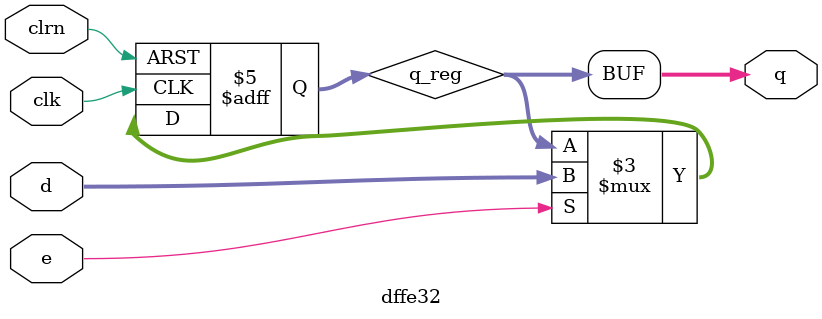
<source format=v>
module dffe32(
    input wire [31:0] d,
    input wire e,
    input wire clk,
    input wire clrn,
    output wire [31:0] q
);
    reg [31:0] q_reg;

    always @ (negedge clrn or posedge clk) begin
        if (!clrn) begin
            q_reg <= 0;
        end
        else if (e) begin
           q_reg <= d;  
        end
    end

    assign q = q_reg;
endmodule

</source>
